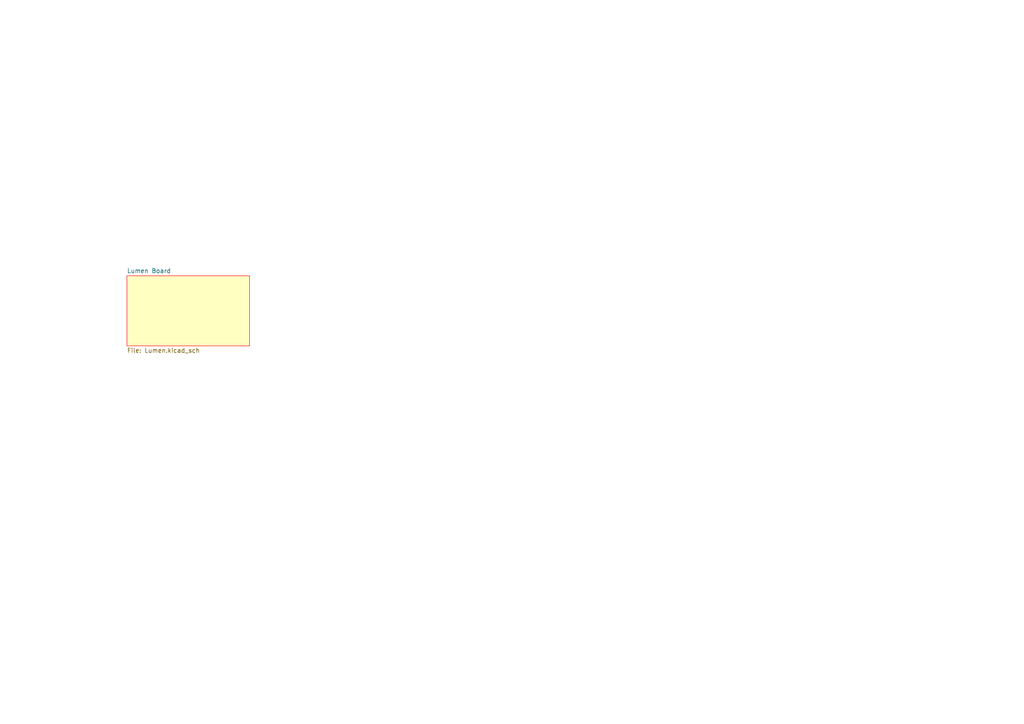
<source format=kicad_sch>
(kicad_sch
	(version 20231120)
	(generator "eeschema")
	(generator_version "8.0")
	(uuid "66a407ee-605d-437d-97ce-0b951c217693")
	(paper "A4")
	(title_block
		(title "${SHEETNAME}")
		(date "2024-11-25")
		(rev "1.0.0")
		(company "Demeter ")
		(comment 1 "Akshat Doctor")
	)
	(lib_symbols)
	(sheet
		(at 36.83 80.01)
		(size 35.56 20.32)
		(fields_autoplaced yes)
		(stroke
			(width 0.1524)
			(type solid)
			(color 255 0 0 1)
		)
		(fill
			(color 255 255 194 1.0000)
		)
		(uuid "6e71baa9-38d4-44c7-ba6b-dd5b52ddab5c")
		(property "Sheetname" "Lumen Board"
			(at 36.83 79.2984 0)
			(effects
				(font
					(size 1.27 1.27)
				)
				(justify left bottom)
			)
		)
		(property "Sheetfile" "Lumen.kicad_sch"
			(at 36.83 100.9146 0)
			(effects
				(font
					(size 1.27 1.27)
				)
				(justify left top)
			)
		)
		(instances
			(project "Lumen Sensor"
				(path "/66a407ee-605d-437d-97ce-0b951c217693"
					(page "2")
				)
			)
		)
	)
	(sheet_instances
		(path "/"
			(page "1")
		)
	)
)

</source>
